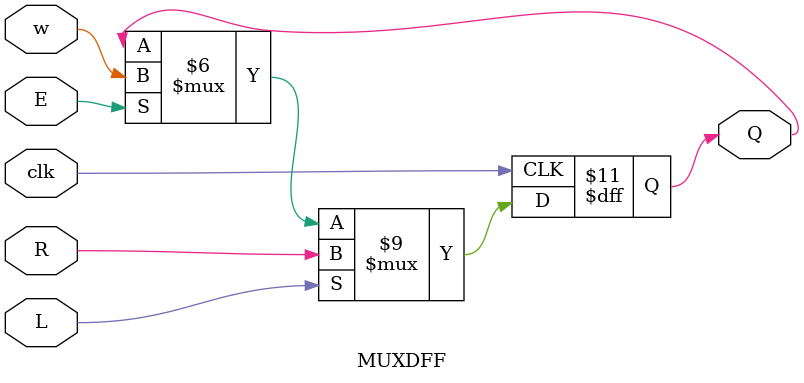
<source format=v>
module top_module (
    input [3:0] SW,
    input [3:0] KEY,
    output [3:0] LEDR
); //

    MUXDFF dff0 (KEY[0], LEDR[1], SW[0], KEY[1], KEY[2], LEDR[0]);
    MUXDFF dff1 (KEY[0], LEDR[2], SW[1], KEY[1], KEY[2], LEDR[1]);
    MUXDFF dff2 (KEY[0], LEDR[3], SW[2], KEY[1], KEY[2], LEDR[2]);
    MUXDFF dff3 (KEY[0], KEY[3], SW[3], KEY[1], KEY[2], LEDR[3]);
endmodule

module MUXDFF (
	input clk,
    input w, R, E, L,
    output Q
);

    always @(posedge clk) begin
        if(L==1)
            Q <= R;
        else begin
            if (E==0)
                Q <= Q;
            if (E==1)
                Q <= w;
        end
    end
endmodule

</source>
